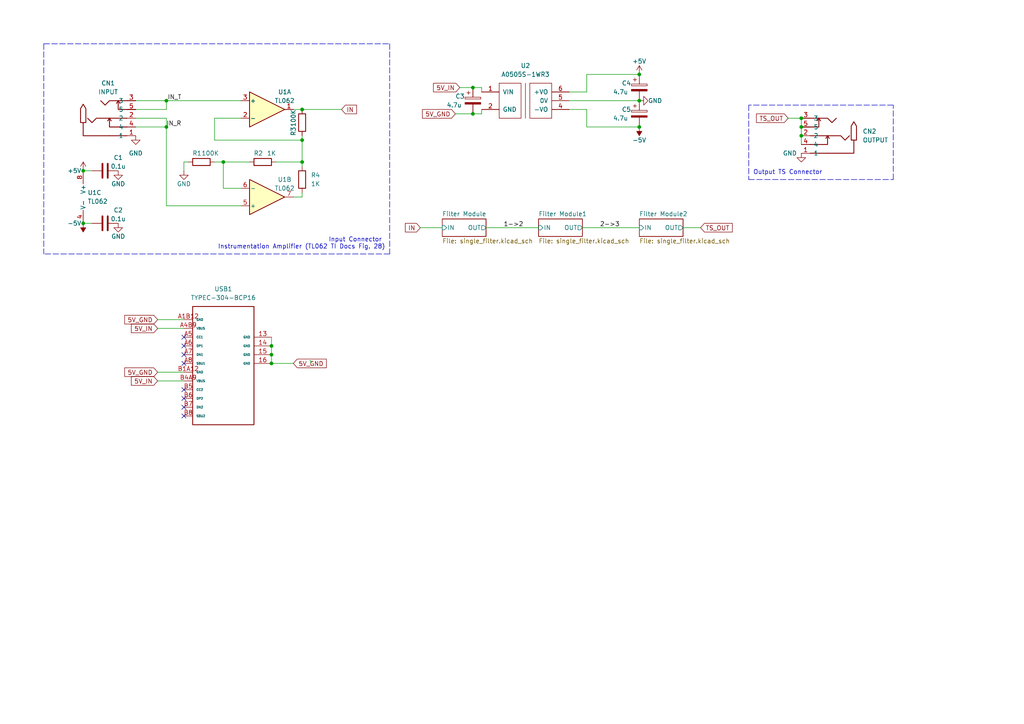
<source format=kicad_sch>
(kicad_sch (version 20211123) (generator eeschema)
  (paper "A4")
  (lib_symbols
    (symbol "Amplifier_Operational:TL062" (pin_names (offset 0.127))
      (property "Reference" "U" (at 0 5.08 0))
      (property "Value" "TL062" (at 0 -5.08 0))
      (symbol "TL062_1_1"
        (polyline (pts (xy -5.08 5.08) (xy 5.08 0) (xy -5.08 -5.08) (xy -5.08 5.08)) (stroke (width 0.254)) (fill (type background)))
        (pin output line (at 7.62 0 180) (length 2.54) (name "~") (number "1"))
        (pin input line (at -7.62 -2.54 0) (length 2.54) (name "-") (number "2"))
        (pin input line (at -7.62 2.54 0) (length 2.54) (name "+") (number "3"))
      )
      (symbol "TL062_2_1"
        (polyline (pts (xy -5.08 5.08) (xy 5.08 0) (xy -5.08 -5.08) (xy -5.08 5.08)) (stroke (width 0.254)) (fill (type background)))
        (pin input line (at -7.62 2.54 0) (length 2.54) (name "+") (number "5"))
        (pin input line (at -7.62 -2.54 0) (length 2.54) (name "-") (number "6"))
        (pin output line (at 7.62 0 180) (length 2.54) (name "~") (number "7"))
      )
      (symbol "TL062_3_1"
        (pin power_in line (at -2.54 -7.62 90) (length 3.81) (name "V-") (number "4"))
        (pin power_in line (at -2.54 7.62 270) (length 3.81) (name "V+") (number "8"))
      )
    )
    (symbol "Device:C" (pin_numbers hide) (pin_names (offset 0.254))
      (property "Reference" "C" (at 0.635 2.54 0))
      (property "Value" "C" (at 0.635 -2.54 0))
      (symbol "C_0_1"
        (polyline (pts (xy -2.032 -0.762) (xy 2.032 -0.762)) (stroke (width 0.508)))
        (polyline (pts (xy -2.032 0.762) (xy 2.032 0.762)) (stroke (width 0.508)))
      )
      (symbol "C_1_1"
        (pin passive line (at 0 3.81 270) (length 2.794) (name "~") (number "1"))
        (pin passive line (at 0 -3.81 90) (length 2.794) (name "~") (number "2"))
      )
    )
    (symbol "Device:C_Polarized" (pin_numbers hide) (pin_names (offset 0.254))
      (property "Reference" "C" (at 0.635 2.54 0))
      (property "Value" "C_Polarized" (at 0.635 -2.54 0))
      (symbol "C_Polarized_0_1"
        (rectangle (start -2.286 0.508) (end 2.286 1.016))
        (polyline (pts (xy -1.778 2.286) (xy -0.762 2.286)))
        (polyline (pts (xy -1.27 2.794) (xy -1.27 1.778)))
        (rectangle (start 2.286 -0.508) (end -2.286 -1.016) (fill (type outline)))
      )
      (symbol "C_Polarized_1_1"
        (pin passive line (at 0 3.81 270) (length 2.794) (name "~") (number "1"))
        (pin passive line (at 0 -3.81 90) (length 2.794) (name "~") (number "2"))
      )
    )
    (symbol "Device:R" (pin_numbers hide) (pin_names (offset 0))
      (property "Reference" "R" (at 2.032 0 90))
      (property "Value" "R" (at 0 0 90))
      (symbol "R_0_1"
        (rectangle (start -1.016 -2.54) (end 1.016 2.54) (stroke (width 0.254)))
      )
      (symbol "R_1_1"
        (pin passive line (at 0 3.81 270) (length 1.27) (name "~") (number "1"))
        (pin passive line (at 0 -3.81 90) (length 1.27) (name "~") (number "2"))
      )
    )
    (symbol "LCSC:A0505S-1WR3" (pin_names (offset 1.016))
      (property "Reference" "U?" (at -1.27 8.89 0))
      (property "Value" "A0505S-1WR3" (at -7.62 6.35 0))
      (symbol "A0505S-1WR3_0_1"
        (rectangle (start -7.62 5.08) (end -1.27 -5.08))
        (polyline (pts (xy 0 5.08) (xy 0 -5.08)))
        (rectangle (start 1.27 5.08) (end 7.62 -5.08))
      )
      (symbol "A0505S-1WR3_1_0"
        (pin input line (at -12.7 2.54 0) (length 5.08) (name "VIN") (number "1"))
        (pin passive line (at -12.7 -2.54 0) (length 5.08) (name "GND") (number "2"))
        (pin output line (at 12.7 -2.54 180) (length 5.08) (name "-VO") (number "4"))
        (pin passive line (at 12.7 0 180) (length 5.08) (name "0V") (number "5"))
        (pin output line (at 12.7 2.54 180) (length 5.08) (name "+VO") (number "6"))
      )
    )
    (symbol "LCSC:CK6.35-3-14-18LF" (pin_names (offset 1.016))
      (property "Reference" "CN" (at 0 1.27 0))
      (property "Value" "CK6.35-3-14-18LF" (at 0 -1.27 0))
      (symbol "CK6.35-3-14-18LF_0_0"
        (polyline (pts (xy -5.08 0) (xy -5.588 -0.762)) (stroke (width 0.254)))
        (polyline (pts (xy -5.08 0) (xy -4.572 -0.762)) (stroke (width 0.254)))
        (polyline (pts (xy -2.54 5.08) (xy -3.048 4.318)) (stroke (width 0.254)))
        (polyline (pts (xy -2.54 5.08) (xy -2.032 4.318)) (stroke (width 0.254)))
        (polyline (pts (xy 0 -5.08) (xy -5.08 -5.08)) (stroke (width 0.254)))
        (polyline (pts (xy 0 -2.54) (xy -5.08 -2.54) (xy -5.08 0)) (stroke (width 0.254)))
        (polyline (pts (xy 2.54 2.54) (xy -2.54 2.54) (xy -2.54 5.08)) (stroke (width 0.254)))
        (polyline (pts (xy 0 0) (xy -8.89 0) (xy -10.16 -1.27) (xy -11.43 0)) (stroke (width 0.254)))
        (polyline (pts (xy 2.54 5.08) (xy -5.08 5.08) (xy -6.35 3.81) (xy -7.62 5.08)) (stroke (width 0.254)))
        (polyline (pts (xy -5.08 -5.08) (xy -12.7 -5.08) (xy -12.7 -1.27) (xy -11.938 -1.27) (xy -13.462 -1.27) (xy -13.462 2.794) (xy -12.7 4.064) (xy -11.938 2.794) (xy -11.938 -1.27)) (stroke (width 0.254)))
      )
      (symbol "CK6.35-3-14-18LF_1_0"
        (pin input line (at 2.54 -5.08 180) (length 2.54) (name "1") (number "1"))
        (pin input line (at 2.54 0 180) (length 2.54) (name "2") (number "2"))
        (pin input line (at 2.54 5.08 180) (length 2.54) (name "3") (number "3"))
        (pin input line (at 2.54 -2.54 180) (length 2.54) (name "4") (number "4"))
        (pin input line (at 2.54 2.54 180) (length 2.54) (name "5") (number "5"))
      )
    )
    (symbol "LCSC:TYPEC-304-BCP16" (pin_names (offset 1.016))
      (property "Reference" "USB" (at 0 1.27 0))
      (property "Value" "TYPEC-304-BCP16" (at 0 -1.27 0))
      (symbol "TYPEC-304-BCP16_0_0"
        (rectangle (start -10.16 16.51) (end 7.62 -17.78) (stroke (width 0.254)))
      )
      (symbol "TYPEC-304-BCP16_1_0"
        (pin unspecified line (at 12.7 7.62 180) (length 5.08) (name "GND") (number "13"))
        (pin unspecified line (at 12.7 5.08 180) (length 5.08) (name "GND") (number "14"))
        (pin unspecified line (at 12.7 2.54 180) (length 5.08) (name "GND") (number "15"))
        (pin unspecified line (at 12.7 0 180) (length 5.08) (name "GND") (number "16"))
        (pin unspecified line (at -12.7 12.7 0) (length 2.54) (name "GND") (number "A1B12"))
        (pin unspecified line (at -12.7 10.16 0) (length 2.54) (name "VBUS") (number "A4B9"))
        (pin unspecified line (at -12.7 7.62 0) (length 2.54) (name "CC1") (number "A5"))
        (pin unspecified line (at -12.7 5.08 0) (length 2.54) (name "DP1") (number "A6"))
        (pin unspecified line (at -12.7 2.54 0) (length 2.54) (name "DN1") (number "A7"))
        (pin unspecified line (at -12.7 0 0) (length 2.54) (name "SBU1") (number "A8"))
        (pin unspecified line (at -12.7 -2.54 0) (length 2.54) (name "GND") (number "B1A12"))
        (pin unspecified line (at -12.7 -5.08 0) (length 2.54) (name "VBUS") (number "B4A9"))
        (pin unspecified line (at -12.7 -7.62 0) (length 2.54) (name "CC2") (number "B5"))
        (pin unspecified line (at -12.7 -10.16 0) (length 2.54) (name "DP2") (number "B6"))
        (pin unspecified line (at -12.7 -12.7 0) (length 2.54) (name "DN2") (number "B7"))
        (pin unspecified line (at -12.7 -15.24 0) (length 2.54) (name "SBU2") (number "B8"))
      )
    )
    (symbol "power:+5V" (power) (pin_names (offset 0))
      (property "Value" "+5V" (at 0 3.556 0))
      (symbol "+5V_0_1"
        (polyline (pts (xy -0.762 1.27) (xy 0 2.54)))
        (polyline (pts (xy 0 0) (xy 0 2.54)))
        (polyline (pts (xy 0 2.54) (xy 0.762 1.27)))
      )
      (symbol "+5V_1_1"
        (pin power_in line (at 0 0 90) (length 0) hide (name "+5V") (number "1"))
      )
    )
    (symbol "power:-5V" (power) (pin_names (offset 0))
      (property "Value" "-5V" (at 0 3.81 0))
      (symbol "-5V_0_0"
        (pin power_in line (at 0 0 90) (length 0) hide (name "-5V") (number "1"))
      )
      (symbol "-5V_0_1"
        (polyline (pts (xy 0 0) (xy 0 1.27) (xy 0.762 1.27) (xy 0 2.54) (xy -0.762 1.27) (xy 0 1.27)) (fill (type outline)))
      )
    )
    (symbol "power:GND" (power) (pin_names (offset 0))
      (property "Value" "GND" (at 0 -3.81 0))
      (symbol "GND_0_1"
        (polyline (pts (xy 0 0) (xy 0 -1.27) (xy 1.27 -1.27) (xy 0 -2.54) (xy -1.27 -1.27) (xy 0 -1.27)))
      )
      (symbol "GND_1_1"
        (pin power_in line (at 0 0 270) (length 0) hide (name "GND") (number "1"))
      )
    )
  )
  (junction (at 87.63 31.75))
  (junction (at 78.74 100.33))
  (junction (at 24.13 49.53))
  (junction (at 48.26 36.83))
  (junction (at 232.41 36.83))
  (junction (at 185.42 21.59))
  (junction (at 78.74 102.87))
  (junction (at 137.16 33.02))
  (junction (at 185.42 36.83))
  (junction (at 87.63 40.64))
  (junction (at 78.74 105.41))
  (junction (at 232.41 34.29))
  (junction (at 48.26 29.21))
  (junction (at 185.42 29.21))
  (junction (at 64.77 46.99))
  (junction (at 24.13 64.77))
  (junction (at 87.63 46.99))
  (junction (at 232.41 39.37))
  (junction (at 137.16 25.4))
  (no_connect (at 53.34 115.57))
  (no_connect (at 53.34 118.11))
  (no_connect (at 53.34 120.65))
  (no_connect (at 53.34 105.41))
  (no_connect (at 53.34 113.03))
  (no_connect (at 53.34 102.87))
  (no_connect (at 53.34 97.79))
  (no_connect (at 53.34 100.33))
  (wire (pts (xy 87.63 40.64) (xy 62.23 40.64)))
  (wire (pts (xy 85.09 105.41) (xy 78.74 105.41)))
  (wire (pts (xy 121.92 66.04) (xy 128.27 66.04)))
  (wire (pts (xy 170.18 31.75) (xy 165.1 31.75)))
  (polyline (pts (xy 113.03 73.66) (xy 12.7 73.66)))
  (wire (pts (xy 198.12 66.04) (xy 203.2 66.04)))
  (polyline (pts (xy 217.17 52.07) (xy 259.08 52.07)))
  (wire (pts (xy 48.26 34.29) (xy 48.26 36.83)))
  (wire (pts (xy 137.16 33.02) (xy 139.7 33.02)))
  (wire (pts (xy 62.23 34.29) (xy 69.85 34.29)))
  (wire (pts (xy 53.34 46.99) (xy 54.61 46.99)))
  (wire (pts (xy 64.77 46.99) (xy 72.39 46.99)))
  (wire (pts (xy 48.26 31.75) (xy 39.37 31.75)))
  (polyline (pts (xy 12.7 12.7) (xy 113.03 12.7)))
  (wire (pts (xy 87.63 55.88) (xy 87.63 57.15)))
  (wire (pts (xy 48.26 29.21) (xy 69.85 29.21)))
  (wire (pts (xy 48.26 36.83) (xy 48.26 59.69)))
  (polyline (pts (xy 259.08 52.07) (xy 259.08 30.48)))
  (wire (pts (xy 26.67 49.53) (xy 24.13 49.53)))
  (wire (pts (xy 87.63 46.99) (xy 87.63 48.26)))
  (wire (pts (xy 39.37 36.83) (xy 48.26 36.83)))
  (wire (pts (xy 87.63 31.75) (xy 99.06 31.75)))
  (wire (pts (xy 168.91 66.04) (xy 185.42 66.04)))
  (wire (pts (xy 39.37 34.29) (xy 48.26 34.29)))
  (wire (pts (xy 45.72 110.49) (xy 53.34 110.49)))
  (wire (pts (xy 87.63 40.64) (xy 87.63 46.99)))
  (wire (pts (xy 133.35 25.4) (xy 137.16 25.4)))
  (wire (pts (xy 137.16 25.4) (xy 139.7 25.4)))
  (wire (pts (xy 48.26 29.21) (xy 48.26 31.75)))
  (wire (pts (xy 170.18 36.83) (xy 185.42 36.83)))
  (wire (pts (xy 45.72 107.95) (xy 53.34 107.95)))
  (wire (pts (xy 64.77 46.99) (xy 64.77 54.61)))
  (polyline (pts (xy 259.08 30.48) (xy 217.17 30.48)))
  (wire (pts (xy 62.23 46.99) (xy 64.77 46.99)))
  (wire (pts (xy 80.01 46.99) (xy 87.63 46.99)))
  (polyline (pts (xy 217.17 30.48) (xy 217.17 52.07)))
  (wire (pts (xy 232.41 36.83) (xy 232.41 39.37)))
  (polyline (pts (xy 113.03 12.7) (xy 113.03 73.66)))
  (wire (pts (xy 139.7 33.02) (xy 139.7 31.75)))
  (wire (pts (xy 78.74 102.87) (xy 78.74 105.41)))
  (wire (pts (xy 53.34 92.71) (xy 45.72 92.71)))
  (wire (pts (xy 140.97 66.04) (xy 156.21 66.04)))
  (wire (pts (xy 53.34 46.99) (xy 53.34 49.53)))
  (wire (pts (xy 165.1 29.21) (xy 185.42 29.21)))
  (wire (pts (xy 228.6 34.29) (xy 232.41 34.29)))
  (wire (pts (xy 64.77 54.61) (xy 69.85 54.61)))
  (wire (pts (xy 132.08 33.02) (xy 137.16 33.02)))
  (wire (pts (xy 48.26 59.69) (xy 69.85 59.69)))
  (wire (pts (xy 170.18 31.75) (xy 170.18 36.83)))
  (wire (pts (xy 139.7 25.4) (xy 139.7 26.67)))
  (wire (pts (xy 90.17 104.6252) (xy 89.8091 104.6252)))
  (wire (pts (xy 170.18 21.59) (xy 185.42 21.59)))
  (wire (pts (xy 87.63 39.37) (xy 87.63 40.64)))
  (wire (pts (xy 232.41 39.37) (xy 232.41 41.91)))
  (wire (pts (xy 26.67 64.77) (xy 24.13 64.77)))
  (polyline (pts (xy 12.7 12.7) (xy 12.7 73.66)))
  (wire (pts (xy 78.74 100.33) (xy 78.74 102.87)))
  (wire (pts (xy 78.74 97.79) (xy 78.74 100.33)))
  (wire (pts (xy 45.72 95.25) (xy 53.34 95.25)))
  (wire (pts (xy 170.18 26.67) (xy 165.1 26.67)))
  (wire (pts (xy 85.09 57.15) (xy 87.63 57.15)))
  (wire (pts (xy 170.18 26.67) (xy 170.18 21.59)))
  (wire (pts (xy 232.41 34.29) (xy 232.41 36.83)))
  (wire (pts (xy 90.17 105.41) (xy 90.17 104.6252)))
  (wire (pts (xy 62.23 40.64) (xy 62.23 34.29)))
  (wire (pts (xy 39.37 29.21) (xy 48.26 29.21)))
  (wire (pts (xy 85.09 31.75) (xy 87.63 31.75)))
  (text "Input Connector \nInstrumentation Amplifier (TL062 TI Docs Fig. 28)\n" (at 111.76 72.39 0) (effects (font (size 1.27 1.27)) (justify right bottom)))
  (text "Output TS Connector\n" (at 218.44 50.8 0) (effects (font (size 1.27 1.27)) (justify left bottom)))
  (label "1->2" (at 146.05 66.04 0))
  (label "2->3" (at 173.99 66.04 0))
  (label "IN_R" (at 48.26 36.83 0))
  (label "IN_T" (at 48.5928 29.21 0))
  (global_label "5V_IN" (shape input) (at 45.72 95.25 180) (property "Intersheet References" "${INTERSHEET_REFS}" (effects hide)))
  (global_label "5V_IN" (shape input) (at 45.72 110.49 180) (property "Intersheet References" "${INTERSHEET_REFS}" (effects hide)))
  (global_label "5V_IN" (shape input) (at 133.35 25.4 180) (property "Intersheet References" "${INTERSHEET_REFS}" (effects hide)))
  (global_label "5V_GND" (shape input) (at 45.72 92.71 180) (property "Intersheet References" "${INTERSHEET_REFS}" (effects hide)))
  (global_label "TS_OUT" (shape input) (at 203.2 66.04 0) (property "Intersheet References" "${INTERSHEET_REFS}" (effects hide)))
  (global_label "5V_GND" (shape input) (at 85.09 105.41 0) (property "Intersheet References" "${INTERSHEET_REFS}" (effects hide)))
  (global_label "IN" (shape input) (at 121.92 66.04 180) (property "Intersheet References" "${INTERSHEET_REFS}" (effects hide)))
  (global_label "5V_GND" (shape input) (at 45.72 107.95 180) (property "Intersheet References" "${INTERSHEET_REFS}" (effects hide)))
  (global_label "IN" (shape input) (at 99.06 31.75 0) (property "Intersheet References" "${INTERSHEET_REFS}" (effects hide)))
  (global_label "TS_OUT" (shape input) (at 228.6 34.29 180) (property "Intersheet References" "${INTERSHEET_REFS}" (effects hide)))
  (global_label "5V_GND" (shape input) (at 132.08 33.02 180) (property "Intersheet References" "${INTERSHEET_REFS}" (effects hide)))
  (symbol (lib_id "Device:C") (at 30.48 64.77 90) (unit 1)
    (property "Reference" "C2" (at 34.29 60.96 90))
    (property "Value" "0.1u" (at 34.29 63.5 90))
    (property "Footprint" "Capacitor_SMD:C_0603_1608Metric_Pad1.08x0.95mm_HandSolder" (effects hide))
    (property "Datasheet" "https://lcsc.com/product-detail/Multilayer-Ceramic-Capacitors-MLCC-SMD-SMT_CCTC-TCC0603X7R104K500CT_C282519.html" (effects hide))
  )
  (symbol (lib_id "Device:C") (at 30.48 49.53 90) (unit 1)
    (property "Reference" "C1" (at 34.29 45.72 90))
    (property "Value" "0.1u" (at 34.29 48.26 90))
    (property "Footprint" "Capacitor_SMD:C_0603_1608Metric_Pad1.08x0.95mm_HandSolder" (effects hide))
    (property "Datasheet" "https://lcsc.com/product-detail/Multilayer-Ceramic-Capacitors-MLCC-SMD-SMT_CCTC-TCC0603X7R104K500CT_C282519.html" (effects hide))
  )
  (symbol (lib_id "power:GND") (at 39.37 39.37 0) (unit 1)
    (property "Reference" "#PWR0101" (effects hide))
    (property "Value" "GND" (at 39.37 44.45 0))
  )
  (symbol (lib_id "Amplifier_Operational:TL062") (at 77.47 31.75 0) (unit 1)
    (property "Reference" "U1" (at 82.55 26.67 0))
    (property "Value" "TL062" (at 82.55 29.21 0))
    (property "Footprint" "Package_SO:SOIC-8_3.9x4.9mm_P1.27mm" (effects hide))
    (property "Datasheet" "http://www.ti.com/lit/ds/symlink/tl061.pdf" (effects hide))
    (property "LCSC" "C67471" (effects hide))
  )
  (symbol (lib_id "Amplifier_Operational:TL062") (at 26.67 57.15 0) (unit 3)
    (property "Reference" "U1" (at 25.4 55.8799 0) (effects (justify left)))
    (property "Value" "TL062" (at 25.4 58.4199 0) (effects (justify left)))
    (property "Footprint" "Package_SO:SOIC-8_3.9x4.9mm_P1.27mm" (effects hide))
    (property "Datasheet" "http://www.ti.com/lit/ds/symlink/tl061.pdf" (effects hide))
  )
  (symbol (lib_id "Device:C_Polarized") (at 185.42 33.02 0) (unit 1)
    (property "Reference" "C5" (at 180.34 31.75 0) (effects (justify left)))
    (property "Value" "4.7u" (at 177.8 34.29 0) (effects (justify left)))
    (property "Footprint" "Capacitor_SMD:CP_Elec_4x5.4" (effects hide))
    (property "Datasheet" "https://lcsc.com/product-detail/Aluminum-Electrolytic-Capacitors-SMD_ROQANG-RVT1V4R7M0405_C72511.html" (effects hide))
  )
  (symbol (lib_id "Device:R") (at 87.63 52.07 0) (unit 1)
    (property "Reference" "R4" (at 90.17 50.7999 0) (effects (justify left)))
    (property "Value" "1K" (at 90.17 53.3399 0) (effects (justify left)))
    (property "Footprint" "Resistor_SMD:R_0603_1608Metric_Pad0.98x0.95mm_HandSolder" (effects hide))
    (property "Datasheet" "https://lcsc.com/eda_search?q=C193679" (effects hide))
    (property "LCSC_PN" "C193679" (effects hide))
  )
  (symbol (lib_id "power:-5V") (at 185.42 36.83 180) (unit 1)
    (property "Reference" "#PWR0109" (effects hide))
    (property "Value" "-5V" (at 185.42 40.64 0))
  )
  (symbol (lib_id "LCSC:TYPEC-304-BCP16") (at 66.04 105.41 0) (unit 1)
    (property "Reference" "USB1" (at 64.77 83.82 0))
    (property "Value" "TYPEC-304-BCP16" (at 64.77 86.36 0))
    (property "Footprint" "LCSC:USB-C-SMD_TYPEC-304-BCP16" (effects hide))
    (property "Datasheet" "https://lcsc.com/eda_search?q=C720629" (effects hide))
  )
  (symbol (lib_id "Amplifier_Operational:TL062") (at 77.47 57.15 0) (mirror x) (unit 2)
    (property "Reference" "U1" (at 82.55 52.07 0))
    (property "Value" "TL062" (at 82.55 54.61 0))
    (property "Footprint" "Package_SO:SOIC-8_3.9x4.9mm_P1.27mm" (effects hide))
    (property "Datasheet" "http://www.ti.com/lit/ds/symlink/tl061.pdf" (effects hide))
  )
  (symbol (lib_id "power:GND") (at 185.42 29.21 90) (unit 1)
    (property "Reference" "#PWR0107" (effects hide))
    (property "Value" "GND" (at 187.96 29.21 90) (effects (justify right)))
  )
  (symbol (lib_id "LCSC:A0505S-1WR3") (at 152.4 29.21 0) (unit 1)
    (property "Reference" "U2" (at 152.4 19.05 0))
    (property "Value" "A0505S-1WR3" (at 152.4 21.59 0))
    (property "Footprint" "LCSC:PWRM-TH_A05XXS-1WR3" (effects hide))
  )
  (symbol (lib_id "power:+5V") (at 185.42 21.59 0) (unit 1)
    (property "Reference" "#PWR0110" (effects hide))
    (property "Value" "+5V" (at 185.42 17.78 0))
  )
  (symbol (lib_id "power:GND") (at 34.29 64.77 0) (unit 1)
    (property "Reference" "#PWR0105" (effects hide))
    (property "Value" "GND" (at 34.29 68.58 0))
  )
  (symbol (lib_id "Device:R") (at 58.42 46.99 90) (unit 1)
    (property "Reference" "R1" (at 57.15 44.45 90))
    (property "Value" "100K" (at 60.96 44.45 90))
    (property "Footprint" "Resistor_SMD:R_0603_1608Metric_Pad0.98x0.95mm_HandSolder" (effects hide))
    (property "Datasheet" "https://lcsc.com/eda_search?q=C319969" (effects hide))
    (property "LCSC_PN" "C319969" (effects hide))
  )
  (symbol (lib_id "power:GND") (at 34.29 49.53 0) (unit 1)
    (property "Reference" "#PWR0102" (effects hide))
    (property "Value" "GND" (at 34.29 53.34 0))
  )
  (symbol (lib_id "LCSC:CK6.35-3-14-18LF") (at 234.95 39.37 0) (mirror y) (unit 1)
    (property "Reference" "CN2" (at 250.19 38.0999 0) (effects (justify right)))
    (property "Value" "OUTPUT" (at 250.19 40.6399 0) (effects (justify right)))
    (property "Footprint" "LCSC:AUDIO-TH_CK6.35-3-14-18LF" (effects hide))
  )
  (symbol (lib_id "Device:R") (at 87.63 35.56 180) (unit 1)
    (property "Reference" "R3" (at 85.09 38.1 90))
    (property "Value" "100K" (at 85.09 34.29 90))
    (property "Footprint" "Resistor_SMD:R_0603_1608Metric_Pad0.98x0.95mm_HandSolder" (effects hide))
    (property "Datasheet" "https://lcsc.com/eda_search?q=C319969" (effects hide))
    (property "LCSC_PN" "C319969" (effects hide))
  )
  (symbol (lib_id "Device:C_Polarized") (at 185.42 25.4 0) (unit 1)
    (property "Reference" "C4" (at 180.34 24.13 0) (effects (justify left)))
    (property "Value" "4.7u" (at 177.8 26.67 0) (effects (justify left)))
    (property "Footprint" "Capacitor_SMD:CP_Elec_4x5.4" (effects hide))
    (property "Datasheet" "https://lcsc.com/product-detail/Aluminum-Electrolytic-Capacitors-SMD_ROQANG-RVT1V4R7M0405_C72511.html" (effects hide))
  )
  (symbol (lib_id "LCSC:CK6.35-3-14-18LF") (at 36.83 34.29 0) (unit 1)
    (property "Reference" "CN1" (at 31.369 24.13 0))
    (property "Value" "INPUT" (at 31.369 26.67 0))
    (property "Footprint" "LCSC:AUDIO-TH_CK6.35-3-14-18LF" (effects hide))
    (property "Datasheet" "C718062" (effects hide))
  )
  (symbol (lib_id "power:-5V") (at 24.13 64.77 180) (unit 1)
    (property "Reference" "#PWR0104" (effects hide))
    (property "Value" "-5V" (at 21.59 64.77 0))
  )
  (symbol (lib_id "Device:R") (at 76.2 46.99 90) (unit 1)
    (property "Reference" "R2" (at 74.93 44.45 90))
    (property "Value" "1K" (at 78.74 44.45 90))
    (property "Footprint" "Resistor_SMD:R_0603_1608Metric_Pad0.98x0.95mm_HandSolder" (effects hide))
    (property "Datasheet" "https://lcsc.com/eda_search?q=C193679" (effects hide))
    (property "LCSC_PN" "C193679" (effects hide))
  )
  (symbol (lib_id "power:GND") (at 232.41 44.45 0) (unit 1)
    (property "Reference" "#PWR0106" (effects hide))
    (property "Value" "GND" (at 231.14 44.45 0) (effects (justify right)))
  )
  (symbol (lib_id "power:GND") (at 53.34 49.53 0) (unit 1)
    (property "Reference" "#PWR0108" (effects hide))
    (property "Value" "GND" (at 53.34 53.34 0))
  )
  (symbol (lib_id "power:+5V") (at 24.13 49.53 0) (unit 1)
    (property "Reference" "#PWR0103" (effects hide))
    (property "Value" "+5V" (at 21.59 49.53 0))
  )
  (symbol (lib_id "Device:C_Polarized") (at 137.16 29.21 0) (unit 1)
    (property "Reference" "C3" (at 132.08 27.94 0) (effects (justify left)))
    (property "Value" "4.7u" (at 129.54 30.48 0) (effects (justify left)))
    (property "Footprint" "Capacitor_SMD:CP_Elec_4x5.4" (effects hide))
    (property "Datasheet" "https://lcsc.com/product-detail/Aluminum-Electrolytic-Capacitors-SMD_ROQANG-RVT1V4R7M0405_C72511.html" (effects hide))
  )
  (sheet (at 128.27 63.5) (size 12.7 5.08) (stroke (width 0.1524))
    (property "Sheet name" "Filter Module" (at 128.27 62.7884 0) (effects (justify left bottom)))
    (property "Sheet file" "single_filter.kicad_sch" (at 128.27 69.1646 0) (effects (justify left top)))
    (pin "IN" input (at 128.27 66.04 180))
    (pin "OUT" output (at 140.97 66.04 0))
  )
  (sheet (at 185.42 63.5) (size 12.7 5.08) (stroke (width 0.1524))
    (property "Sheet name" "Filter Module2" (at 185.42 62.7884 0) (effects (justify left bottom)))
    (property "Sheet file" "single_filter.kicad_sch" (at 185.42 69.1646 0) (effects (justify left top)))
    (pin "IN" input (at 185.42 66.04 180))
    (pin "OUT" output (at 198.12 66.04 0))
  )
  (sheet (at 156.21 63.5) (size 12.7 5.08) (stroke (width 0.1524))
    (property "Sheet name" "Filter Module1" (at 156.21 62.7884 0) (effects (justify left bottom)))
    (property "Sheet file" "single_filter.kicad_sch" (at 156.21 69.1646 0) (effects (justify left top)))
    (pin "IN" input (at 156.21 66.04 180))
    (pin "OUT" output (at 168.91 66.04 0))
  )
)
</source>
